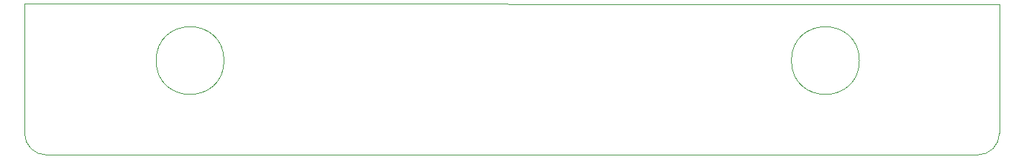
<source format=gm1>
G04 #@! TF.GenerationSoftware,KiCad,Pcbnew,8.0.1*
G04 #@! TF.CreationDate,2024-07-20T21:17:36+01:00*
G04 #@! TF.ProjectId,MICRO_TRUNK_6_INSULATOR_FRONT,4d494352-4f5f-4545-9255-4e4b5f365f49,rev?*
G04 #@! TF.SameCoordinates,Original*
G04 #@! TF.FileFunction,Profile,NP*
%FSLAX46Y46*%
G04 Gerber Fmt 4.6, Leading zero omitted, Abs format (unit mm)*
G04 Created by KiCad (PCBNEW 8.0.1) date 2024-07-20 21:17:36*
%MOMM*%
%LPD*%
G01*
G04 APERTURE LIST*
G04 #@! TA.AperFunction,Profile*
%ADD10C,0.050000*%
G04 #@! TD*
G04 APERTURE END LIST*
D10*
X109902500Y-92238922D02*
G75*
G02*
X101902500Y-92238922I-4000000J0D01*
G01*
X101902500Y-92238922D02*
G75*
G02*
X109902500Y-92238922I4000000J0D01*
G01*
X198630212Y-103399999D02*
X88993957Y-103402356D01*
X88993957Y-103402356D02*
G75*
G02*
X86418949Y-100832572I43J2575056D01*
G01*
X184702501Y-92238922D02*
G75*
G02*
X176702499Y-92238922I-4000001J0D01*
G01*
X176702499Y-92238922D02*
G75*
G02*
X184702501Y-92238922I4000001J0D01*
G01*
X86430161Y-85538922D02*
X201200000Y-85550000D01*
X201200000Y-100825004D02*
X201200000Y-85550000D01*
X201200000Y-100825004D02*
G75*
G02*
X198630212Y-103399995I-2575000J4D01*
G01*
X86418959Y-100832572D02*
X86430161Y-85538922D01*
M02*

</source>
